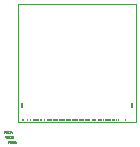
<source format=gbr>
G04 #@! TF.GenerationSoftware,KiCad,Pcbnew,7.0.7-7.0.7~ubuntu22.04.1*
G04 #@! TF.CreationDate,2023-09-29T12:00:57+02:00*
G04 #@! TF.ProjectId,astropix_v4,61737472-6f70-4697-985f-76342e6b6963,1.0*
G04 #@! TF.SameCoordinates,Original*
G04 #@! TF.FileFunction,OtherDrawing,Comment*
%FSLAX46Y46*%
G04 Gerber Fmt 4.6, Leading zero omitted, Abs format (unit mm)*
G04 Created by KiCad (PCBNEW 7.0.7-7.0.7~ubuntu22.04.1) date 2023-09-29 12:00:57*
%MOMM*%
%LPD*%
G01*
G04 APERTURE LIST*
%ADD10C,0.050000*%
%ADD11R,0.200000X0.070000*%
%ADD12R,0.070000X0.200000*%
G04 APERTURE END LIST*
D10*
X124535833Y-81144923D02*
X124602500Y-81344923D01*
X124602500Y-81344923D02*
X124669166Y-81144923D01*
X124735834Y-81344923D02*
X124735834Y-81144923D01*
X124735834Y-81144923D02*
X124783453Y-81144923D01*
X124783453Y-81144923D02*
X124812024Y-81154447D01*
X124812024Y-81154447D02*
X124831072Y-81173495D01*
X124831072Y-81173495D02*
X124840595Y-81192542D01*
X124840595Y-81192542D02*
X124850119Y-81230638D01*
X124850119Y-81230638D02*
X124850119Y-81259209D01*
X124850119Y-81259209D02*
X124840595Y-81297304D01*
X124840595Y-81297304D02*
X124831072Y-81316352D01*
X124831072Y-81316352D02*
X124812024Y-81335400D01*
X124812024Y-81335400D02*
X124783453Y-81344923D01*
X124783453Y-81344923D02*
X124735834Y-81344923D01*
X124935834Y-81344923D02*
X124935834Y-81144923D01*
X124935834Y-81144923D02*
X124983453Y-81144923D01*
X124983453Y-81144923D02*
X125012024Y-81154447D01*
X125012024Y-81154447D02*
X125031072Y-81173495D01*
X125031072Y-81173495D02*
X125040595Y-81192542D01*
X125040595Y-81192542D02*
X125050119Y-81230638D01*
X125050119Y-81230638D02*
X125050119Y-81259209D01*
X125050119Y-81259209D02*
X125040595Y-81297304D01*
X125040595Y-81297304D02*
X125031072Y-81316352D01*
X125031072Y-81316352D02*
X125012024Y-81335400D01*
X125012024Y-81335400D02*
X124983453Y-81344923D01*
X124983453Y-81344923D02*
X124935834Y-81344923D01*
X125135834Y-81344923D02*
X125135834Y-81144923D01*
X125135834Y-81144923D02*
X125183453Y-81144923D01*
X125183453Y-81144923D02*
X125212024Y-81154447D01*
X125212024Y-81154447D02*
X125231072Y-81173495D01*
X125231072Y-81173495D02*
X125240595Y-81192542D01*
X125240595Y-81192542D02*
X125250119Y-81230638D01*
X125250119Y-81230638D02*
X125250119Y-81259209D01*
X125250119Y-81259209D02*
X125240595Y-81297304D01*
X125240595Y-81297304D02*
X125231072Y-81316352D01*
X125231072Y-81316352D02*
X125212024Y-81335400D01*
X125212024Y-81335400D02*
X125183453Y-81344923D01*
X125183453Y-81344923D02*
X125135834Y-81344923D01*
X124440118Y-80709923D02*
X124506785Y-80909923D01*
X124506785Y-80909923D02*
X124573451Y-80709923D01*
X124640119Y-80909923D02*
X124640119Y-80709923D01*
X124640119Y-80709923D02*
X124687738Y-80709923D01*
X124687738Y-80709923D02*
X124716309Y-80719447D01*
X124716309Y-80719447D02*
X124735357Y-80738495D01*
X124735357Y-80738495D02*
X124744880Y-80757542D01*
X124744880Y-80757542D02*
X124754404Y-80795638D01*
X124754404Y-80795638D02*
X124754404Y-80824209D01*
X124754404Y-80824209D02*
X124744880Y-80862304D01*
X124744880Y-80862304D02*
X124735357Y-80881352D01*
X124735357Y-80881352D02*
X124716309Y-80900400D01*
X124716309Y-80900400D02*
X124687738Y-80909923D01*
X124687738Y-80909923D02*
X124640119Y-80909923D01*
X124840119Y-80909923D02*
X124840119Y-80709923D01*
X124840119Y-80709923D02*
X124887738Y-80709923D01*
X124887738Y-80709923D02*
X124916309Y-80719447D01*
X124916309Y-80719447D02*
X124935357Y-80738495D01*
X124935357Y-80738495D02*
X124944880Y-80757542D01*
X124944880Y-80757542D02*
X124954404Y-80795638D01*
X124954404Y-80795638D02*
X124954404Y-80824209D01*
X124954404Y-80824209D02*
X124944880Y-80862304D01*
X124944880Y-80862304D02*
X124935357Y-80881352D01*
X124935357Y-80881352D02*
X124916309Y-80900400D01*
X124916309Y-80900400D02*
X124887738Y-80909923D01*
X124887738Y-80909923D02*
X124840119Y-80909923D01*
X125030595Y-80852780D02*
X125125833Y-80852780D01*
X125011547Y-80909923D02*
X125078214Y-80709923D01*
X125078214Y-80709923D02*
X125144880Y-80909923D01*
X124784642Y-81579923D02*
X124851309Y-81779923D01*
X124851309Y-81779923D02*
X124917975Y-81579923D01*
X124975119Y-81770400D02*
X125003690Y-81779923D01*
X125003690Y-81779923D02*
X125051309Y-81779923D01*
X125051309Y-81779923D02*
X125070357Y-81770400D01*
X125070357Y-81770400D02*
X125079881Y-81760876D01*
X125079881Y-81760876D02*
X125089404Y-81741828D01*
X125089404Y-81741828D02*
X125089404Y-81722780D01*
X125089404Y-81722780D02*
X125079881Y-81703733D01*
X125079881Y-81703733D02*
X125070357Y-81694209D01*
X125070357Y-81694209D02*
X125051309Y-81684685D01*
X125051309Y-81684685D02*
X125013214Y-81675161D01*
X125013214Y-81675161D02*
X124994166Y-81665638D01*
X124994166Y-81665638D02*
X124984643Y-81656114D01*
X124984643Y-81656114D02*
X124975119Y-81637066D01*
X124975119Y-81637066D02*
X124975119Y-81618019D01*
X124975119Y-81618019D02*
X124984643Y-81598971D01*
X124984643Y-81598971D02*
X124994166Y-81589447D01*
X124994166Y-81589447D02*
X125013214Y-81579923D01*
X125013214Y-81579923D02*
X125060833Y-81579923D01*
X125060833Y-81579923D02*
X125089404Y-81589447D01*
X125165595Y-81770400D02*
X125194166Y-81779923D01*
X125194166Y-81779923D02*
X125241785Y-81779923D01*
X125241785Y-81779923D02*
X125260833Y-81770400D01*
X125260833Y-81770400D02*
X125270357Y-81760876D01*
X125270357Y-81760876D02*
X125279880Y-81741828D01*
X125279880Y-81741828D02*
X125279880Y-81722780D01*
X125279880Y-81722780D02*
X125270357Y-81703733D01*
X125270357Y-81703733D02*
X125260833Y-81694209D01*
X125260833Y-81694209D02*
X125241785Y-81684685D01*
X125241785Y-81684685D02*
X125203690Y-81675161D01*
X125203690Y-81675161D02*
X125184642Y-81665638D01*
X125184642Y-81665638D02*
X125175119Y-81656114D01*
X125175119Y-81656114D02*
X125165595Y-81637066D01*
X125165595Y-81637066D02*
X125165595Y-81618019D01*
X125165595Y-81618019D02*
X125175119Y-81598971D01*
X125175119Y-81598971D02*
X125184642Y-81589447D01*
X125184642Y-81589447D02*
X125203690Y-81579923D01*
X125203690Y-81579923D02*
X125251309Y-81579923D01*
X125251309Y-81579923D02*
X125279880Y-81589447D01*
X125356071Y-81722780D02*
X125451309Y-81722780D01*
X125337023Y-81779923D02*
X125403690Y-81579923D01*
X125403690Y-81579923D02*
X125470356Y-81779923D01*
G04 #@! TO.C,U1*
X125672500Y-69995000D02*
X125672500Y-79995000D01*
X135672500Y-69995000D02*
X125672500Y-69995000D01*
X135672500Y-69995000D02*
X135672500Y-79995000D01*
X135672500Y-79995000D02*
X125672500Y-79995000D01*
G04 #@! TD*
D11*
G04 #@! TO.C,U1*
X125987500Y-78445000D03*
X125987500Y-78545000D03*
X125987500Y-78645000D03*
X125987500Y-78745000D03*
X125987500Y-78840000D03*
D12*
X126062500Y-79825000D03*
X126162500Y-79825000D03*
X126472500Y-79795000D03*
X126772500Y-79795000D03*
X126972500Y-79795000D03*
X127072500Y-79795000D03*
X127172500Y-79795000D03*
X127272500Y-79795000D03*
X127372500Y-79795000D03*
X127472500Y-79795000D03*
X127572500Y-79795000D03*
X127672500Y-79795000D03*
X127972500Y-79795000D03*
X128172500Y-79795000D03*
X128272500Y-79795000D03*
X128372500Y-79795000D03*
X128472500Y-79795000D03*
X128572500Y-79795000D03*
X128672500Y-79795000D03*
X128772500Y-79795000D03*
X128872500Y-79795000D03*
X128972500Y-79795000D03*
X129072500Y-79795000D03*
X129172500Y-79795000D03*
X129272500Y-79795000D03*
X129372500Y-79795000D03*
X129472500Y-79795000D03*
X129572500Y-79795000D03*
X129672500Y-79795000D03*
X129772500Y-79795000D03*
X129872500Y-79795000D03*
X129972500Y-79795000D03*
X130072500Y-79795000D03*
X130172500Y-79795000D03*
X130272500Y-79795000D03*
X130372500Y-79795000D03*
X130472500Y-79795000D03*
X130572500Y-79795000D03*
X130672500Y-79795000D03*
X130772500Y-79795000D03*
X130872500Y-79795000D03*
X130972500Y-79795000D03*
X131072500Y-79795000D03*
X131172500Y-79795000D03*
X131272500Y-79795000D03*
X131372500Y-79795000D03*
X131472500Y-79795000D03*
X131572500Y-79795000D03*
X131672500Y-79795000D03*
X131772500Y-79795000D03*
X131972500Y-79795000D03*
X132072500Y-79795000D03*
X132172500Y-79795000D03*
X132272500Y-79795000D03*
X132472500Y-79795000D03*
X132572500Y-79795000D03*
X132672500Y-79795000D03*
X132772500Y-79795000D03*
X132972500Y-79795000D03*
X133072500Y-79795000D03*
X133172500Y-79795000D03*
X133272500Y-79795000D03*
X133372500Y-79795000D03*
X133472500Y-79795000D03*
X133572500Y-79795000D03*
X133672500Y-79795000D03*
X133772500Y-79795000D03*
X133872500Y-79795000D03*
X134072500Y-79795000D03*
X134172500Y-79795000D03*
X134762500Y-79845000D03*
D11*
X135342500Y-78435000D03*
X135342500Y-78535000D03*
X135342500Y-78635000D03*
X135342500Y-78735000D03*
X135345000Y-78840000D03*
G04 #@! TD*
M02*

</source>
